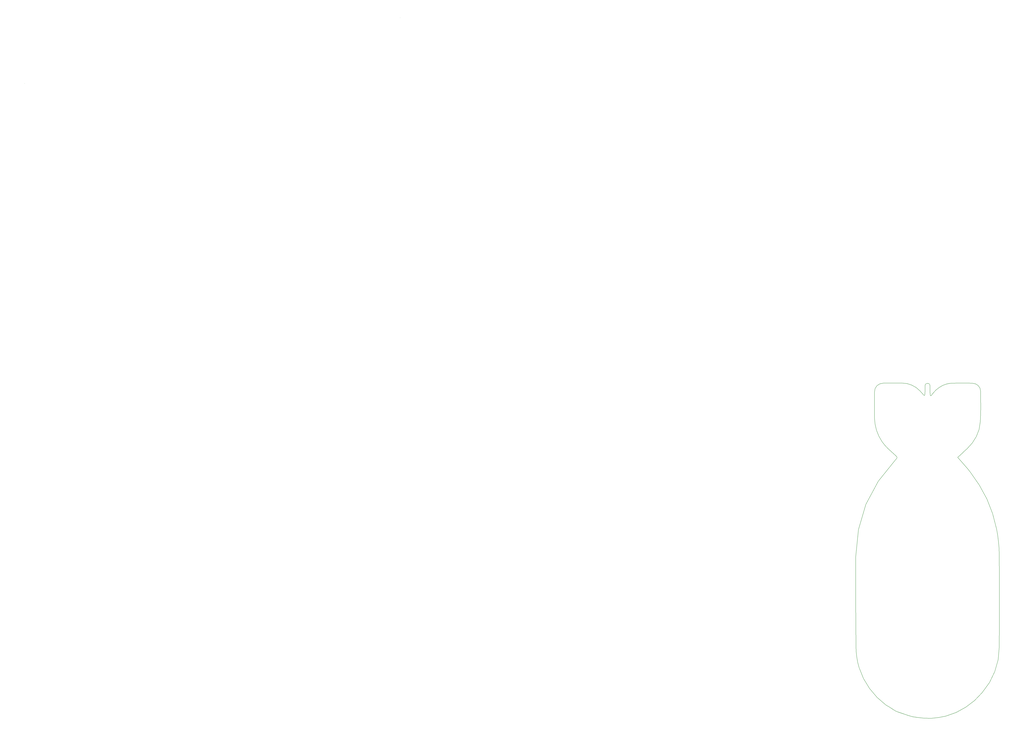
<source format=gm1>
G04 #@! TF.GenerationSoftware,KiCad,Pcbnew,(5.1.0-0)*
G04 #@! TF.CreationDate,2019-04-19T22:26:30-07:00*
G04 #@! TF.ProjectId,DC27-badge,44433237-2d62-4616-9467-652e6b696361,rev?*
G04 #@! TF.SameCoordinates,Original*
G04 #@! TF.FileFunction,Profile,NP*
%FSLAX46Y46*%
G04 Gerber Fmt 4.6, Leading zero omitted, Abs format (unit mm)*
G04 Created by KiCad (PCBNEW (5.1.0-0)) date 2019-04-19 22:26:30*
%MOMM*%
%LPD*%
G04 APERTURE LIST*
%ADD10C,0.200000*%
G04 APERTURE END LIST*
D10*
X126179637Y-217537346D02*
X120902861Y-220391723D01*
X130957818Y-213886004D02*
X126179637Y-217537346D01*
X135247076Y-209475090D02*
X130957818Y-213886004D01*
X139255080Y-203885409D02*
X135247076Y-209475090D01*
X142173430Y-197849934D02*
X139255080Y-203885409D01*
X143970062Y-191384528D02*
X142173430Y-197849934D01*
X144612911Y-184505051D02*
X143970062Y-191384528D01*
X144690583Y-171709898D02*
X144612911Y-184505051D01*
X67091447Y-119764393D02*
X71237192Y-105851855D01*
X65628109Y-134788560D02*
X67091447Y-119764393D01*
X65591478Y-147043075D02*
X65628109Y-134788560D01*
X65627600Y-159298126D02*
X65591478Y-147043075D01*
X65694601Y-171553408D02*
X65627600Y-159298126D01*
X65750608Y-183808619D02*
X65694601Y-171553408D01*
X65861550Y-186828761D02*
X65750608Y-183808619D01*
X66182358Y-189820199D02*
X65861550Y-186828761D01*
X66722114Y-192770060D02*
X66182358Y-189820199D01*
X67489904Y-195665471D02*
X66722114Y-192770060D01*
X69917882Y-201755104D02*
X67489904Y-195665471D01*
X108034572Y-44728402D02*
X108034572Y-44728402D01*
X82323323Y-216292651D02*
X82323323Y-216292651D01*
X83647977Y-217121152D02*
X82323323Y-216292651D01*
X84972631Y-217949653D02*
X83647977Y-217121152D01*
X86297285Y-218778155D02*
X84972631Y-217949653D01*
X87621940Y-219606656D02*
X86297285Y-218778155D01*
X88935288Y-220152297D02*
X87621940Y-219606656D01*
X91666180Y-221107326D02*
X88935288Y-220152297D01*
X94419247Y-222027638D02*
X91666180Y-221107326D01*
X88126805Y-80593324D02*
X88347777Y-80060902D01*
X87437029Y-81359102D02*
X88126805Y-80593324D01*
X78030625Y-93050305D02*
X87437029Y-81359102D01*
X71237192Y-105851855D02*
X78030625Y-93050305D01*
X77308435Y-40460410D02*
X78865345Y-39446522D01*
X76319457Y-42046393D02*
X77308435Y-40460410D01*
X75970369Y-44128652D02*
X76319457Y-42046393D01*
X75962704Y-47653415D02*
X75970369Y-44128652D01*
X75958314Y-51178199D02*
X75962704Y-47653415D01*
X73221088Y-207216357D02*
X69917882Y-201755104D01*
X77367057Y-212058962D02*
X73221088Y-207216357D01*
X82323323Y-216292651D02*
X77367057Y-212058962D01*
X77028707Y-64976954D02*
X76254300Y-61680440D01*
X78277007Y-68123307D02*
X77028707Y-64976954D01*
X79976656Y-71125634D02*
X78277007Y-68123307D01*
X81600521Y-73259639D02*
X79976656Y-71125634D01*
X83434657Y-75182305D02*
X81600521Y-73259639D01*
X85381429Y-76991841D02*
X83434657Y-75182305D01*
X87343200Y-78786459D02*
X85381429Y-76991841D01*
X88089918Y-79534419D02*
X87343200Y-78786459D01*
X88347777Y-80060902D02*
X88089918Y-79534419D01*
X101700065Y-44140068D02*
X102418909Y-44977294D01*
X101028359Y-43383883D02*
X101700065Y-44140068D01*
X98846193Y-41475377D02*
X101028359Y-43383883D01*
X96434520Y-40124516D02*
X98846193Y-41475377D01*
X93794543Y-39325012D02*
X96434520Y-40124516D01*
X90927466Y-39070575D02*
X93794543Y-39325012D01*
X88425165Y-39076240D02*
X90927466Y-39070575D01*
X85922815Y-39073079D02*
X88425165Y-39076240D01*
X83420482Y-39071159D02*
X85922815Y-39073079D01*
X80918228Y-39080548D02*
X83420482Y-39071159D01*
X78865345Y-39446522D02*
X80918228Y-39080548D01*
X111170587Y-223224046D02*
X107200000Y-223600000D01*
X115117815Y-222411740D02*
X111170587Y-223224046D01*
X120902861Y-220391723D02*
X115117815Y-222411740D01*
X127035471Y-86021283D02*
X128701596Y-88065683D01*
X125310217Y-84008157D02*
X127035471Y-86021283D01*
X123546303Y-81992677D02*
X125310217Y-84008157D01*
X121764195Y-79941214D02*
X123546303Y-81992677D01*
X123005608Y-78790973D02*
X121764195Y-79941214D01*
X124248559Y-77639833D02*
X123005608Y-78790973D01*
X125491596Y-76487048D02*
X124248559Y-77639833D01*
X126733267Y-75331877D02*
X125491596Y-76487048D01*
X129682382Y-72109507D02*
X126733267Y-75331877D01*
X131952640Y-68529089D02*
X129682382Y-72109507D01*
X133475871Y-64585786D02*
X131952640Y-68529089D01*
X134183904Y-60274758D02*
X133475871Y-64585786D01*
X134362634Y-56108712D02*
X134183904Y-60274758D01*
X134417891Y-51934506D02*
X134362634Y-56108712D01*
X134399120Y-47756925D02*
X134417891Y-51934506D01*
X134355765Y-43580758D02*
X134399120Y-47756925D01*
X133986666Y-41821296D02*
X134355765Y-43580758D01*
X133009537Y-40415009D02*
X133986666Y-41821296D01*
X131566185Y-39474535D02*
X133009537Y-40415009D01*
X129798415Y-39112509D02*
X131566185Y-39474535D01*
X127122441Y-39073482D02*
X129798415Y-39112509D01*
X124446017Y-39056607D02*
X127122441Y-39073482D01*
X121769564Y-39061886D02*
X124446017Y-39056607D01*
X119093501Y-39089319D02*
X121769564Y-39061886D01*
X118227269Y-39133481D02*
X119093501Y-39089319D01*
X117360417Y-39234347D02*
X118227269Y-39133481D01*
X116498380Y-39381792D02*
X117360417Y-39234347D01*
X115646594Y-39565694D02*
X116498380Y-39381792D01*
X113529299Y-40303356D02*
X115646594Y-39565694D01*
X111637949Y-41406483D02*
X113529299Y-40303356D01*
X144719408Y-158914296D02*
X144690583Y-171709898D01*
X144692679Y-146118822D02*
X144719408Y-158914296D01*
X144603694Y-133324056D02*
X144692679Y-146118822D01*
X144479309Y-129846141D02*
X144603694Y-133324056D01*
X144182560Y-126365202D02*
X144479309Y-129846141D01*
X143728498Y-122899879D02*
X144182560Y-126365202D01*
X143132177Y-119468812D02*
X143728498Y-122899879D01*
X140948836Y-110955562D02*
X143132177Y-119468812D01*
X137804362Y-102879563D02*
X140948836Y-110955562D01*
X133716150Y-95247405D02*
X137804362Y-102879563D01*
X128701596Y-88065683D02*
X133716150Y-95247405D01*
X106172428Y-39564498D02*
X106419917Y-40021153D01*
X105759429Y-39275064D02*
X106172428Y-39564498D01*
X105180663Y-39169805D02*
X105759429Y-39275064D01*
X104599137Y-39266610D02*
X105180663Y-39169805D01*
X104174631Y-39554191D02*
X104599137Y-39266610D01*
X103904561Y-40005765D02*
X104174631Y-39554191D01*
X103786347Y-40594548D02*
X103904561Y-40005765D01*
X75961441Y-54702954D02*
X75958314Y-51178199D01*
X75976330Y-58227627D02*
X75961441Y-54702954D01*
X76254300Y-61680440D02*
X75976330Y-58227627D01*
X109925283Y-42795431D02*
X111637949Y-41406483D01*
X108344041Y-44390558D02*
X109925283Y-42795431D01*
X108003060Y-44845544D02*
X108344041Y-44390558D01*
X107535183Y-45482379D02*
X108003060Y-44845544D01*
X107076709Y-45969028D02*
X107535183Y-45482379D01*
X106763935Y-45973456D02*
X107076709Y-45969028D01*
X106613523Y-45185640D02*
X106763935Y-45973456D01*
X106535513Y-43774529D02*
X106613523Y-45185640D01*
X106506269Y-42126536D02*
X106535513Y-43774529D01*
X106502155Y-40628076D02*
X106506269Y-42126536D01*
X106419917Y-40021153D02*
X106502155Y-40628076D01*
X103766494Y-41067218D02*
X103786347Y-40594548D01*
X103763591Y-41541064D02*
X103766494Y-41067218D01*
X103768417Y-42015421D02*
X103763591Y-41541064D01*
X103771753Y-42489623D02*
X103768417Y-42015421D01*
X103756068Y-43495566D02*
X103771753Y-42489623D01*
X103701532Y-44626989D02*
X103756068Y-43495566D01*
X103594367Y-45550741D02*
X103701532Y-44626989D01*
X103420794Y-45933672D02*
X103594367Y-45550741D01*
X103040586Y-45655262D02*
X103420794Y-45933672D01*
X102418909Y-44977294D02*
X103040586Y-45655262D01*
X95799120Y-222469125D02*
X94419247Y-222027638D01*
X96644490Y-222654417D02*
X95799120Y-222469125D01*
X97495220Y-222816668D02*
X96644490Y-222654417D01*
X98349170Y-222963665D02*
X97495220Y-222816668D01*
X99204200Y-223103195D02*
X98349170Y-222963665D01*
X103209917Y-223554687D02*
X99204200Y-223103195D01*
X107200000Y-223600000D02*
X103209917Y-223554687D01*
X-391787898Y125936229D02*
X-391787898Y125936229D01*
X-185090489Y162136044D02*
X-185090489Y162136044D01*
M02*

</source>
